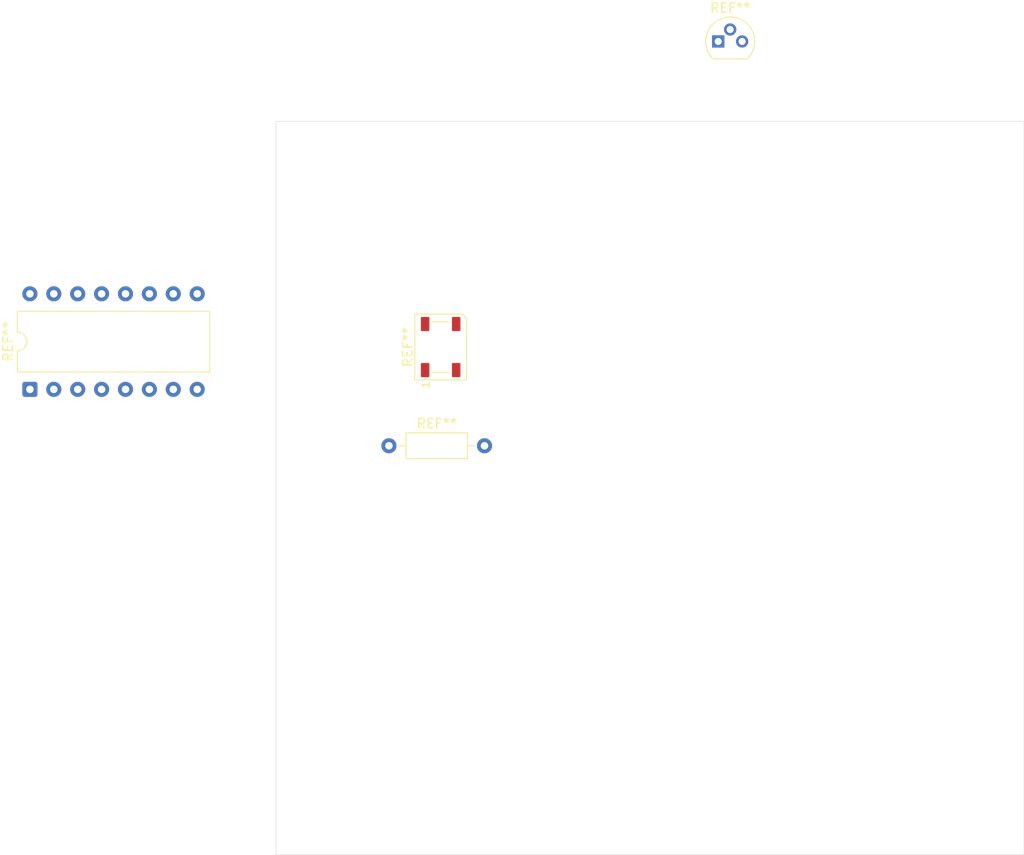
<source format=kicad_pcb>
(kicad_pcb (version 20241229) (generator "pcbnew") (generator_version "9.0")
  (layers (0 "F.Cu" signal) (2 "B.Cu" signal) (13 "F.Paste" user) (15 "B.Paste" user) (5 "F.SilkS" user "F.Silkscreen") (7 "B.SilkS" user "B.Silkscreen") (1 "F.Mask" user) (3 "B.Mask" user) (25 "Edge.Cuts" user))
  (net 0 "")
  (footprint "Resistor_THT:R_Axial_DIN0207_L6.3mm_D2.5mm_P10.16mm_Horizontal" (layer "F.Cu") (at 147.5 106)
    (property "Reference" "REF**" (at 5.08 -2.37 0) (layer "F.SilkS"))
    (property "Value" "R_Axial_DIN0207_L6.3mm_D2.5mm_P10.16mm_Horizontal")
    (fp_line (start 1.04 0) (end 1.81 0) (stroke (width 0.12)) (layer "F.SilkS"))
    (fp_line (start 1.81 -1.37) (end 1.81 1.37) (stroke (width 0.12)) (layer "F.SilkS"))
    (fp_line (start 1.81 1.37) (end 8.35 1.37) (stroke (width 0.12)) (layer "F.SilkS"))
    (fp_line (start 8.35 -1.37) (end 1.81 -1.37) (stroke (width 0.12)) (layer "F.SilkS"))
    (fp_line (start 8.35 1.37) (end 8.35 -1.37) (stroke (width 0.12)) (layer "F.SilkS"))
    (fp_line (start 9.12 0) (end 8.35 0) (stroke (width 0.12)) (layer "F.SilkS"))
    (pad "1" thru_hole circle (at 0 0) (size 1.6 1.6) (drill 0.8) (layers "*.Cu" "*.Mask"))
    (pad "2" thru_hole oval (at 10.16 0) (size 1.6 1.6) (drill 0.8) (layers "*.Cu" "*.Mask"))
  )
  (footprint "LED_SMD:LED_WS2812B_PLCC4_5.0x5.0mm_P3.2mm" (layer "F.Cu") (at 153 95.5 90)
    (property "Reference" "REF**" (at 0 -3.499998 90) (layer "F.SilkS"))
    (property "Value" "LED_WS2812B_PLCC4_5.0x5.0mm_P3.2mm")
    (fp_line (start -3.500001 -2.749999) (end 3.5 -2.750001) (stroke (width 0.12)) (layer "F.SilkS"))
    (fp_line (start -3.500001 -2.749999) (end -3.5 2.750001) (stroke (width 0.12)) (layer "F.SilkS"))
    (fp_line (start -2.7 0.899999) (end -2.7 -0.9) (stroke (width 0.12)) (layer "F.SilkS"))
    (fp_line (start 2.7 0.9) (end 2.7 -0.899999) (stroke (width 0.12)) (layer "F.SilkS"))
    (fp_line (start 3.500001 2.300001) (end 3.5 -2.750001) (stroke (width 0.12)) (layer "F.SilkS"))
    (fp_line (start 3.05 2.75) (end 3.500001 2.300001) (stroke (width 0.12)) (layer "F.SilkS"))
    (fp_line (start -3.5 2.750001) (end 3.05 2.75) (stroke (width 0.12)) (layer "F.SilkS"))
    (fp_text user "1" (at -4 -1.599999 90) (layer "F.SilkS") (effects (font (size 0.8 0.8))))
    (pad "1" smd roundrect (at -2.450001 -1.65 90) (size 1.5 0.9) (layers "F.Cu" "F.Mask" "F.Paste") (roundrect_rratio 0.1))
    (pad "2" smd roundrect (at -2.449999 1.65 90) (size 1.5 0.9) (layers "F.Cu" "F.Mask" "F.Paste") (roundrect_rratio 0.1))
    (pad "3" smd roundrect (at 2.450001 1.65 90) (size 1.5 0.9) (layers "F.Cu" "F.Mask" "F.Paste") (roundrect_rratio 0.1))
    (pad "4" smd roundrect (at 2.449999 -1.65 90) (size 1.5 0.9) (layers "F.Cu" "F.Mask" "F.Paste") (roundrect_rratio 0.1))
  )
  (footprint "Package_DIP:DIP-16_W10.16mm" (layer "F.Cu") (at 109.340001 100 90)
    (property "Reference" "REF**" (at 5.080001 -2.33 90) (layer "F.SilkS"))
    (property "Value" "DIP-16_W10.16mm")
    (fp_line (start 8.314999 -1.33) (end 6.080001 -1.33) (stroke (width 0.12)) (layer "F.SilkS"))
    (fp_line (start 4.08 -1.33) (end 1.845 -1.33) (stroke (width 0.12)) (layer "F.SilkS"))
    (fp_line (start 1.845 -1.33) (end 1.845001 19.11) (stroke (width 0.12)) (layer "F.SilkS"))
    (fp_line (start 8.315 19.109999) (end 8.314999 -1.33) (stroke (width 0.12)) (layer "F.SilkS"))
    (fp_line (start 1.845001 19.11) (end 8.315 19.109999) (stroke (width 0.12)) (layer "F.SilkS"))
    (fp_arc (start 6.080001 -1.33) (mid 5.08 -0.329999) (end 4.08 -1.33) (stroke (width 0.12)) (layer "F.SilkS"))
    (pad "1" thru_hole roundrect (at 0 0 90) (size 1.6 1.6) (drill 0.8) (layers "*.Cu" "*.Mask") (roundrect_rratio 0.15625))
    (pad "2" thru_hole circle (at -0.000001 2.540001 90) (size 1.6 1.6) (drill 0.8) (layers "*.Cu" "*.Mask"))
    (pad "3" thru_hole circle (at 0 5.08 90) (size 1.6 1.6) (drill 0.8) (layers "*.Cu" "*.Mask"))
    (pad "4" thru_hole circle (at 0 7.62 90) (size 1.6 1.6) (drill 0.8) (layers "*.Cu" "*.Mask"))
    (pad "5" thru_hole circle (at 0 10.159999 90) (size 1.6 1.6) (drill 0.8) (layers "*.Cu" "*.Mask"))
    (pad "6" thru_hole circle (at 0 12.699999 90) (size 1.6 1.6) (drill 0.8) (layers "*.Cu" "*.Mask"))
    (pad "7" thru_hole circle (at 0 15.24 90) (size 1.6 1.6) (drill 0.8) (layers "*.Cu" "*.Mask"))
    (pad "8" thru_hole circle (at 0 17.78 90) (size 1.6 1.6) (drill 0.8) (layers "*.Cu" "*.Mask"))
    (pad "9" thru_hole circle (at 10.159999 17.78 90) (size 1.6 1.6) (drill 0.8) (layers "*.Cu" "*.Mask"))
    (pad "10" thru_hole circle (at 10.16 15.24 90) (size 1.6 1.6) (drill 0.8) (layers "*.Cu" "*.Mask"))
    (pad "11" thru_hole circle (at 10.160001 12.7 90) (size 1.6 1.6) (drill 0.8) (layers "*.Cu" "*.Mask"))
    (pad "12" thru_hole circle (at 10.16 10.16 90) (size 1.6 1.6) (drill 0.8) (layers "*.Cu" "*.Mask"))
    (pad "13" thru_hole circle (at 10.160001 7.62 90) (size 1.6 1.6) (drill 0.8) (layers "*.Cu" "*.Mask"))
    (pad "14" thru_hole circle (at 10.16 5.08 90) (size 1.6 1.6) (drill 0.8) (layers "*.Cu" "*.Mask"))
    (pad "15" thru_hole circle (at 10.16 2.54 90) (size 1.6 1.6) (drill 0.8) (layers "*.Cu" "*.Mask"))
    (pad "16" thru_hole circle (at 10.159999 0 90) (size 1.6 1.6) (drill 0.8) (layers "*.Cu" "*.Mask"))
  )
  (footprint "Package_TO_SOT_THT:TO-92" (layer "F.Cu") (at 182.5 63)
    (property "Reference" "REF**" (at 1.27 -3.56 0) (layer "F.SilkS"))
    (property "Value" "TO-92")
    (fp_line (start -0.53 1.85) (end 3.07 1.85) (stroke (width 0.12)) (layer "F.SilkS"))
    (fp_arc (start -0.568478 1.838478) (mid -1.132087 -0.994977) (end 1.27 -2.6) (stroke (width 0.12)) (layer "F.SilkS"))
    (fp_arc (start 1.27 -2.6) (mid 3.672087 -0.994977) (end 3.108478 1.838478) (stroke (width 0.12)) (layer "F.SilkS"))
    (pad "1" thru_hole rect (at 0 0) (size 1.3 1.3) (drill 0.75) (layers "*.Cu" "*.Mask"))
    (pad "2" thru_hole circle (at 1.27 -1.27) (size 1.3 1.3) (drill 0.75) (layers "*.Cu" "*.Mask"))
    (pad "3" thru_hole circle (at 2.54 0) (size 1.3 1.3) (drill 0.75) (layers "*.Cu" "*.Mask"))
  )
  (gr_rect (start 135.5 71.5) (end 215 149.5) (stroke (width 0.05)) (fill no) (layer "Edge.Cuts"))
)
</source>
